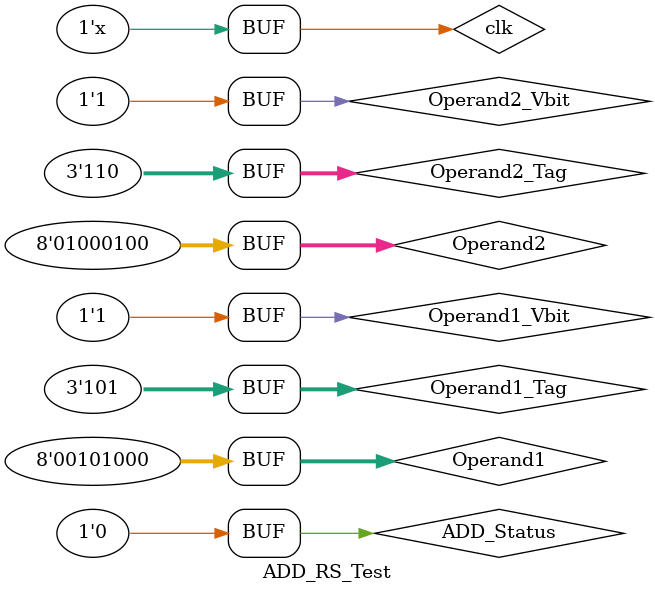
<source format=v>
`timescale 1ns / 1ps


module ADD_RS_Test;

	// Inputs
	reg [7:0] Operand1;
	reg [7:0] Operand2;
	reg [2:0] Operand1_Tag;
	reg [2:0] Operand2_Tag;
	reg Operand1_Vbit;
	reg Operand2_Vbit;
	reg ADD_Status;
	reg clk;

	// Outputs
	wire [2:0] ADD_Tag_ip;
	wire E1;
	wire E2;
	wire E3;
	wire E4;
	wire AR_Status;
	wire [7:0] AR_Out_Operand1;
	wire [7:0] AR_Out_Operand2;
   wire [2:0]select;
	// Instantiate the Unit Under Test (UUT)
	ADD_Reservation_Station uut (
		.ADD_Tag_ip(ADD_Tag_ip), 
		.E1(E1), 
		.E2(E2), 
		.E3(E3), 
		.E4(E4), 
		.AR_Status(AR_Status), 
		.AR_Out_Operand1(AR_Out_Operand1), 
		.AR_Out_Operand2(AR_Out_Operand2),
      .select(select),		
		.Operand1(Operand1), 
		.Operand2(Operand2), 
		.Operand1_Tag(Operand1_Tag), 
		.Operand2_Tag(Operand2_Tag), 
		.Operand1_Vbit(Operand1_Vbit), 
		.Operand2_Vbit(Operand2_Vbit), 
		.ADD_Status(ADD_Status), 
		.clk(clk)
	);

		// Initialize Inputs
		/*Operand1 = 0;
		Operand2 = 0;
		Operand1_Tag = 0;
		Operand2_Tag = 0;
		Operand1_Vbit = 0;
		Operand2_Vbit = 0;
		ADD_Status = 0;
		clk = 0;*/

		// Wait 100 ns for global reset to finish
initial clk=0;
  	always #100 clk = ~clk;
 	
initial begin

		// Add stimulus here
	#100 ADD_Status=1'b0;
	     Operand1=8'b00000001;
	     Operand2=8'b00000010;
		  Operand1_Tag=3'b001;
	     Operand2_Tag=3'b010;
	     Operand1_Vbit=1'b0;
	     Operand2_Vbit=1'b1;

#200    ADD_Status=1'b0;
	     Operand1=8'b00001000;
	     Operand2=8'b00000100;
		  Operand1_Tag=3'b101;
	     Operand2_Tag=3'b110;
	     Operand1_Vbit=1'b1;
	     Operand2_Vbit=1'b1;
		  
	#200 ADD_Status=1'b0;
	     Operand1=8'b00101000;
	     Operand2=8'b01000100;
		  Operand1_Tag=3'b101;
	     Operand2_Tag=3'b110;
	     Operand1_Vbit=1'b1;
	     Operand2_Vbit=1'b1;
		  
#200    ADD_Status=1'b0;
	     Operand1=8'b00001000;
	     Operand2=8'b00000100;
		  Operand1_Tag=3'b101;
	     Operand2_Tag=3'b110;
	     Operand1_Vbit=1'b1;
	     Operand2_Vbit=1'b0;
		  
	#200 ADD_Status=1'b0;
	     Operand1=8'b00101000;
	     Operand2=8'b01000100;
		  Operand1_Tag=3'b101;
	     Operand2_Tag=3'b110;
	     Operand1_Vbit=1'b1;
	     Operand2_Vbit=1'b0;
		  
		  #200    ADD_Status=1'b0;
	     Operand1=8'b00001000;
	     Operand2=8'b00000100;
		  Operand1_Tag=3'b101;
	     Operand2_Tag=3'b110;
	     Operand1_Vbit=1'b1;
	     Operand2_Vbit=1'b1;
		  
	#200 ADD_Status=1'b0;
	     Operand1=8'b00101000;
	     Operand2=8'b01000100;
		  Operand1_Tag=3'b101;
	     Operand2_Tag=3'b110;
	     Operand1_Vbit=1'b1;
	     Operand2_Vbit=1'b1;
		  
		  #200    ADD_Status=1'b0;
	     Operand1=8'b00001000;
	     Operand2=8'b00000100;
		  Operand1_Tag=3'b101;
	     Operand2_Tag=3'b110;
	     Operand1_Vbit=1'b1;
	     Operand2_Vbit=1'b1;
		  
	#200 ADD_Status=1'b0;
	     Operand1=8'b00101000;
	     Operand2=8'b01000100;
		  Operand1_Tag=3'b101;
	     Operand2_Tag=3'b110;
	     Operand1_Vbit=1'b1;
	     Operand2_Vbit=1'b1;
	end
      
endmodule


</source>
